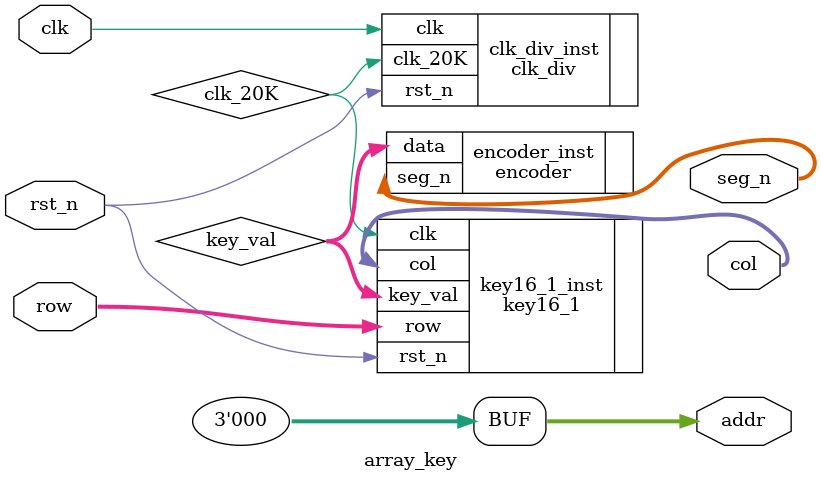
<source format=v>
module array_key(

				input		wire						clk,
				input		wire						rst_n,

				input		wire			[3:0]		row,
				output	wire			[3:0]		col,
				
				output	wire			[2:0]		addr,
				output	wire			[7:0]		seg_n

			);
	
	wire			clk_20K;
	wire	[4:0]	key_val;

	clk_div clk_div_inst(	
		
			.clk			(clk),
			.rst_n		(rst_n),
			.clk_20K		(clk_20K)

		);
	
	key16_1 key16_1_inst(

			.clk			(clk_20K),
			.rst_n		(rst_n),
			.row			(row),
			.col			(col),
			.key_val		(key_val)

		);
		
	encoder encoder_inst(
				
			.data			(key_val),
			.seg_n		(seg_n)
				
			);
			
	assign addr = 3'd0;

endmodule

</source>
